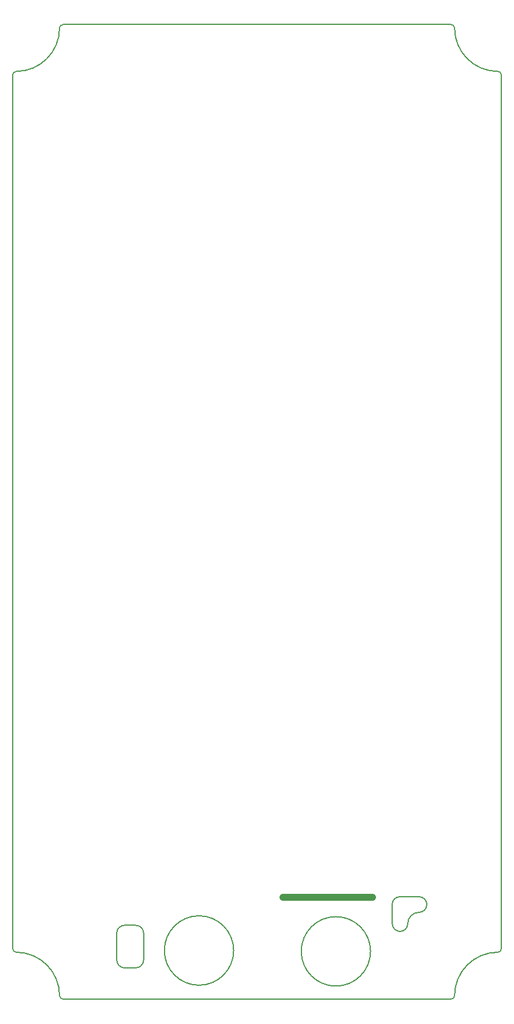
<source format=gbr>
G04 start of page 12 for group -4078 idx -4078 *
G04 Title: (unknown), bottomsilk *
G04 Creator: pcb 20091103 *
G04 CreationDate: Sun Dec 17 12:14:22 2023 UTC *
G04 For: bh *
G04 Format: Gerber/RS-274X *
G04 PCB-Dimensions: 380000 700000 *
G04 PCB-Coordinate-Origin: lower left *
%MOIN*%
%FSLAX25Y25*%
%LNBOTTOMSILK*%
%ADD13C,0.0400*%
%ADD37C,0.0060*%
G54D37*X208999Y141500D02*G75*G03X189000Y121501I0J-19999D01*G01*
Y121500D02*G75*G03X209000Y101500I20000J0D01*G01*
X208999D02*G75*G03X229000Y121501I0J20001D01*G01*
G75*G03X209001Y141500I-19999J0D01*G01*
X129999Y142000D02*G75*G03X110000Y122001I0J-19999D01*G01*
Y122000D02*G75*G03X130000Y102000I20000J0D01*G01*
X129999D02*G75*G03X150000Y122001I0J20001D01*G01*
G75*G03X130001Y142000I-19999J0D01*G01*
G54D13*X230000Y152500D02*X178500D01*
G54D37*X246000Y153000D02*X257000D01*
X241500Y148500D02*Y137500D01*
X22500Y123000D02*Y626500D01*
X304500D02*Y123000D01*
X51500Y94000D02*X275500D01*
X87000Y136500D02*X93500D01*
X98000Y132000D02*Y116500D01*
X87000Y112000D02*X93500D01*
X82500Y132000D02*Y116500D01*
X51500Y655500D02*X275500D01*
X277500Y96000D02*G75*G02X302500Y121000I25000J0D01*G01*
X275500Y94000D02*G75*G03X277500Y96000I0J2000D01*G01*
X302500Y121000D02*G75*G03X304500Y123000I0J2000D01*G01*
X302500Y628500D02*G75*G02X277500Y653500I0J25000D01*G01*
G75*G03X275500Y655500I-2000J0D01*G01*
X304500Y626500D02*G75*G03X302500Y628500I-2000J0D01*G01*
X49500Y96000D02*G75*G03X51500Y94000I2000J0D01*G01*
X49500Y653500D02*G75*G02X24500Y628500I-25000J0D01*G01*
Y121000D02*G75*G02X49500Y96000I0J-25000D01*G01*
X51500Y655500D02*G75*G03X49500Y653500I0J-2000D01*G01*
X24500Y628500D02*G75*G03X22500Y626500I0J-2000D01*G01*
X241500Y148500D02*G75*G02X246000Y153000I4500J0D01*G01*
Y133000D02*G75*G02X241500Y137500I0J4500D01*G01*
X250500D02*G75*G02X246000Y133000I-4500J0D01*G01*
X257000Y153000D02*G75*G02X261500Y148500I0J-4500D01*G01*
G75*G02X257000Y144000I-4500J0D01*G01*
G75*G03X250500Y137500I0J-6500D01*G01*
X93500Y136500D02*G75*G02X98000Y132000I0J-4500D01*G01*
X82500D02*G75*G02X87000Y136500I4500J0D01*G01*
Y112000D02*G75*G02X82500Y116500I0J4500D01*G01*
X22500Y123000D02*G75*G03X24500Y121000I2000J0D01*G01*
X98000Y116500D02*G75*G02X93500Y112000I-4500J0D01*G01*
M02*

</source>
